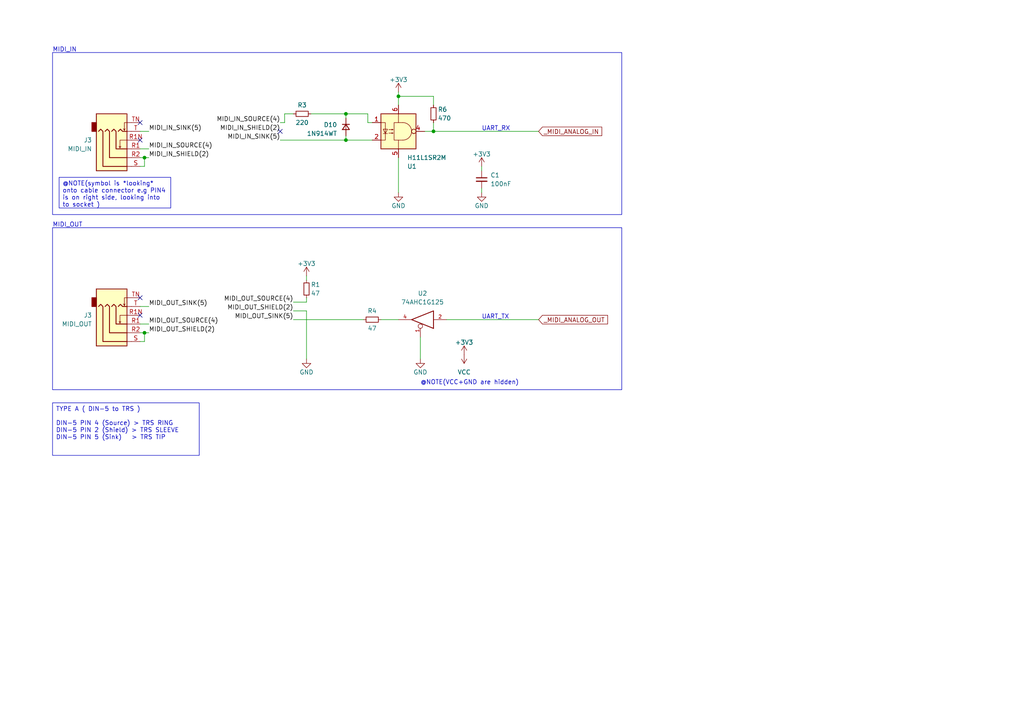
<source format=kicad_sch>
(kicad_sch (version 20230121) (generator eeschema)
  (paper "A4")
  (lib_symbols
    (symbol "74xGxx:74AHC1G125" (pin_names (offset 1.016))
      (property "Reference" "U" (at -2.54 3.81 0))
      (property "Value" "74AHC1G125" (at 0 -3.81 0))
      (symbol "74AHC1G125_0_1"
        (polyline (pts (xy -3.81 2.54) (xy -3.81 -2.54) (xy 2.54 0) (xy -3.81 2.54)) (stroke (width 0.254)))
      )
      (symbol "74AHC1G125_1_1"
        (pin input inverted (at 0 5.08 270) (length 3.81) (name "~") (number "1"))
        (pin input line (at -7.62 0 0) (length 3.81) (name "~") (number "2"))
        (pin power_in line (at 1.27 -1.27 270) (length 0) hide (name "GND") (number "3"))
        (pin tri_state line (at 6.35 0 180) (length 3.81) (name "~") (number "4"))
        (pin power_in line (at 1.27 1.27 90) (length 0) hide (name "VCC") (number "5"))
      )
    )
    (symbol "Connector_Audio:AudioJack4_SwitchTR1"
      (property "Reference" "J" (at 0 11.43 0))
      (property "Value" "AudioJack4_SwitchTR1" (at 0 8.89 0))
      (symbol "AudioJack4_SwitchTR1_0_1"
        (rectangle (start -7.62 -5.08) (end -8.89 -7.62) (stroke (width 0.254)) (fill (type outline)))
        (polyline (pts (xy 1.27 -5.08) (xy 2.54 -5.08)))
        (polyline (pts (xy 1.27 2.54) (xy 2.54 2.54)))
        (polyline (pts (xy 2.54 0) (xy 1.27 0)))
        (polyline (pts (xy 2.54 5.08) (xy 1.27 5.08)))
        (rectangle (start 1.27 6.35) (end -7.62 -10.16) (stroke (width 0.254)) (fill (type background)))
      )
      (symbol "AudioJack4_SwitchTR1_1_1"
        (polyline (pts (xy -0.762 -0.254) (xy -0.508 -0.762)))
        (polyline (pts (xy 0.508 -5.334) (xy 0.762 -5.842)))
        (polyline (pts (xy -1.27 -5.08) (xy -0.635 -5.715) (xy 0 -5.08) (xy 1.27 -5.08)) (stroke (width 0.254)))
        (polyline (pts (xy 2.54 -7.62) (xy 0.508 -7.62) (xy 0.508 -5.334) (xy 0.254 -5.842)))
        (polyline (pts (xy 2.54 -2.54) (xy -0.762 -2.54) (xy -0.762 -0.254) (xy -1.016 -0.762)))
        (polyline (pts (xy -3.175 -5.08) (xy -2.54 -5.715) (xy -1.905 -5.08) (xy -1.905 0) (xy 1.27 0)) (stroke (width 0.254)))
        (polyline (pts (xy 1.27 2.54) (xy -3.81 2.54) (xy -3.81 -5.08) (xy -4.445 -5.715) (xy -5.08 -5.08)) (stroke (width 0.254)))
        (polyline (pts (xy 1.27 5.08) (xy -5.715 5.08) (xy -5.715 -5.08) (xy -6.35 -5.715) (xy -6.985 -5.08)) (stroke (width 0.254)))
        (pin passive line (at 5.08 0 180) (length 2.54) (name "~") (number "R1"))
        (pin passive line (at 5.08 -2.54 180) (length 2.54) (name "~") (number "R1N"))
        (pin passive line (at 5.08 2.54 180) (length 2.54) (name "~") (number "R2"))
        (pin passive line (at 5.08 5.08 180) (length 2.54) (name "~") (number "S"))
        (pin passive line (at 5.08 -5.08 180) (length 2.54) (name "~") (number "T"))
        (pin passive line (at 5.08 -7.62 180) (length 2.54) (name "~") (number "TN"))
      )
    )
    (symbol "Device:C_Small" (pin_numbers hide) (pin_names (offset 0.254) hide)
      (property "Reference" "C" (at 0.254 1.778 0))
      (property "Value" "C_Small" (at 0.254 -2.032 0))
      (symbol "C_Small_0_1"
        (polyline (pts (xy -1.524 -0.508) (xy 1.524 -0.508)) (stroke (width 0.3302)))
        (polyline (pts (xy -1.524 0.508) (xy 1.524 0.508)) (stroke (width 0.3048)))
      )
      (symbol "C_Small_1_1"
        (pin passive line (at 0 2.54 270) (length 2.032) (name "~") (number "1"))
        (pin passive line (at 0 -2.54 90) (length 2.032) (name "~") (number "2"))
      )
    )
    (symbol "Device:D_Small" (pin_numbers hide) (pin_names (offset 0.254) hide)
      (property "Reference" "D" (at -1.27 2.032 0))
      (property "Value" "D_Small" (at -3.81 -2.032 0))
      (symbol "D_Small_0_1"
        (polyline (pts (xy -0.762 -1.016) (xy -0.762 1.016)) (stroke (width 0.254)))
        (polyline (pts (xy -0.762 0) (xy 0.762 0)))
        (polyline (pts (xy 0.762 -1.016) (xy -0.762 0) (xy 0.762 1.016) (xy 0.762 -1.016)) (stroke (width 0.254)))
      )
      (symbol "D_Small_1_1"
        (pin passive line (at -2.54 0 0) (length 1.778) (name "K") (number "1"))
        (pin passive line (at 2.54 0 180) (length 1.778) (name "A") (number "2"))
      )
    )
    (symbol "Device:R_Small" (pin_numbers hide) (pin_names (offset 0.254) hide)
      (property "Reference" "R" (at 0.762 0.508 0))
      (property "Value" "R_Small" (at 0.762 -1.016 0))
      (symbol "R_Small_0_1"
        (rectangle (start -0.762 1.778) (end 0.762 -1.778) (stroke (width 0.2032)))
      )
      (symbol "R_Small_1_1"
        (pin passive line (at 0 2.54 270) (length 0.762) (name "~") (number "1"))
        (pin passive line (at 0 -2.54 90) (length 0.762) (name "~") (number "2"))
      )
    )
    (symbol "Isolator:H11L1" (pin_names (offset 1.016))
      (property "Reference" "U" (at 1.27 8.89 0))
      (property "Value" "H11L1" (at 1.27 6.35 0))
      (symbol "H11L1_0_1"
        (rectangle (start -5.08 5.08) (end 5.08 -5.08) (stroke (width 0.254)) (fill (type background)))
        (polyline (pts (xy -4.445 -0.635) (xy -3.175 -0.635)))
        (polyline (pts (xy 0 2.54) (xy 0 5.08)))
        (polyline (pts (xy 0 -2.54) (xy 0 -5.08) (xy 0 -3.81)))
        (polyline (pts (xy -5.08 -2.54) (xy -3.81 -2.54) (xy -3.81 2.54) (xy -5.08 2.54)))
        (polyline (pts (xy -3.81 -0.635) (xy -4.445 0.635) (xy -3.175 0.635) (xy -3.81 -0.635)))
        (polyline (pts (xy 1.27 -2.54) (xy -1.27 -2.54) (xy -1.27 2.54) (xy 1.27 2.54)))
        (polyline (pts (xy -2.794 -0.508) (xy -1.524 -0.508) (xy -1.905 -0.635) (xy -1.905 -0.381) (xy -1.524 -0.508)))
        (polyline (pts (xy -2.794 0.508) (xy -1.524 0.508) (xy -1.905 0.381) (xy -1.905 0.635) (xy -1.524 0.508)))
        (arc (start 1.27 -2.54) (mid 3.799 0) (end 1.27 2.54))
      )
      (symbol "H11L1_1_1"
        (pin passive line (at -7.62 2.54 0) (length 2.54) (name "~") (number "1"))
        (pin passive line (at -7.62 -2.54 0) (length 2.54) (name "~") (number "2"))
        (pin no_connect line (at -5.08 0 0) (length 2.54) hide (name "~") (number "3"))
        (pin output inverted (at 7.62 0 180) (length 3.81) (name "~") (number "4"))
        (pin power_in line (at 0 -7.62 90) (length 2.54) (name "~") (number "5"))
        (pin power_in line (at 0 7.62 270) (length 2.54) (name "~") (number "6"))
      )
    )
    (symbol "power:+3V3" (power) (pin_names (offset 0))
      (property "Value" "+3V3" (at 0 3.556 0))
      (symbol "+3V3_0_1"
        (polyline (pts (xy -0.762 1.27) (xy 0 2.54)))
        (polyline (pts (xy 0 0) (xy 0 2.54)))
        (polyline (pts (xy 0 2.54) (xy 0.762 1.27)))
      )
      (symbol "+3V3_1_1"
        (pin power_in line (at 0 0 90) (length 0) hide (name "+3V3") (number "1"))
      )
    )
    (symbol "power:GND" (power) (pin_names (offset 0))
      (property "Value" "GND" (at 0 -3.81 0))
      (symbol "GND_0_1"
        (polyline (pts (xy 0 0) (xy 0 -1.27) (xy 1.27 -1.27) (xy 0 -2.54) (xy -1.27 -1.27) (xy 0 -1.27)))
      )
      (symbol "GND_1_1"
        (pin power_in line (at 0 0 270) (length 0) hide (name "GND") (number "1"))
      )
    )
    (symbol "power:VCC" (power) (pin_names (offset 0))
      (property "Value" "VCC" (at 0 3.81 0))
      (symbol "VCC_0_1"
        (polyline (pts (xy -0.762 1.27) (xy 0 2.54)))
        (polyline (pts (xy 0 0) (xy 0 2.54)))
        (polyline (pts (xy 0 2.54) (xy 0.762 1.27)))
      )
      (symbol "VCC_1_1"
        (pin power_in line (at 0 0 90) (length 0) hide (name "VCC") (number "1"))
      )
    )
  )
  (junction (at 41.91 96.52))
  (junction (at 115.57 27.94))
  (junction (at 100.33 33.02))
  (junction (at 125.73 38.1))
  (junction (at 41.91 45.72))
  (junction (at 100.33 40.64))
  (no_connect (at 40.64 86.36))
  (no_connect (at 40.64 35.56))
  (no_connect (at 40.64 40.64))
  (no_connect (at 40.64 91.44))
  (no_connect (at 81.28 38.1))
  (wire (pts (xy 110.49 92.71) (xy 115.57 92.71)))
  (wire (pts (xy 100.33 33.02) (xy 100.33 34.29)))
  (wire (pts (xy 115.57 27.94) (xy 115.57 30.48)))
  (wire (pts (xy 40.64 99.06) (xy 41.91 99.06)))
  (wire (pts (xy 139.7 48.26) (xy 139.7 49.53)))
  (wire (pts (xy 82.55 35.56) (xy 81.28 35.56)))
  (wire (pts (xy 106.68 35.56) (xy 107.95 35.56)))
  (wire (pts (xy 88.9 90.17) (xy 88.9 104.14)))
  (wire (pts (xy 125.73 35.56) (xy 125.73 38.1)))
  (wire (pts (xy 90.17 33.02) (xy 100.33 33.02)))
  (wire (pts (xy 125.73 38.1) (xy 156.21 38.1)))
  (wire (pts (xy 40.64 96.52) (xy 41.91 96.52)))
  (wire (pts (xy 100.33 33.02) (xy 106.68 33.02)))
  (wire (pts (xy 41.91 48.26) (xy 41.91 45.72)))
  (wire (pts (xy 82.55 35.56) (xy 82.55 33.02)))
  (wire (pts (xy 115.57 27.94) (xy 125.73 27.94)))
  (wire (pts (xy 123.19 38.1) (xy 125.73 38.1)))
  (wire (pts (xy 85.09 90.17) (xy 88.9 90.17)))
  (wire (pts (xy 40.64 45.72) (xy 41.91 45.72)))
  (wire (pts (xy 41.91 99.06) (xy 41.91 96.52)))
  (wire (pts (xy 41.91 96.52) (xy 43.18 96.52)))
  (wire (pts (xy 100.33 40.64) (xy 107.95 40.64)))
  (wire (pts (xy 40.64 93.98) (xy 43.18 93.98)))
  (wire (pts (xy 81.28 40.64) (xy 100.33 40.64)))
  (wire (pts (xy 100.33 39.37) (xy 100.33 40.64)))
  (wire (pts (xy 41.91 45.72) (xy 43.18 45.72)))
  (wire (pts (xy 88.9 86.36) (xy 88.9 87.63)))
  (wire (pts (xy 106.68 33.02) (xy 106.68 35.56)))
  (wire (pts (xy 40.64 48.26) (xy 41.91 48.26)))
  (wire (pts (xy 115.57 26.67) (xy 115.57 27.94)))
  (wire (pts (xy 85.09 92.71) (xy 105.41 92.71)))
  (wire (pts (xy 88.9 80.01) (xy 88.9 81.28)))
  (wire (pts (xy 125.73 30.48) (xy 125.73 27.94)))
  (wire (pts (xy 129.54 92.71) (xy 156.21 92.71)))
  (wire (pts (xy 85.09 87.63) (xy 88.9 87.63)))
  (wire (pts (xy 115.57 45.72) (xy 115.57 55.88)))
  (wire (pts (xy 40.64 38.1) (xy 43.18 38.1)))
  (wire (pts (xy 82.55 33.02) (xy 85.09 33.02)))
  (wire (pts (xy 121.92 97.79) (xy 121.92 104.14)))
  (wire (pts (xy 139.7 54.61) (xy 139.7 55.88)))
  (wire (pts (xy 40.64 88.9) (xy 43.18 88.9)))
  (wire (pts (xy 40.64 43.18) (xy 43.18 43.18)))
  (rectangle (start 15.24 15.24) (end 180.34 62.23))
  (rectangle (start 15.24 66.04) (end 180.34 113.03))
  (text_box "TYPE A ( DIN-5 to TRS )\n\nDIN-5 PIN 4 (Source) > TRS RING\nDIN-5 PIN 2 (Shield) > TRS SLEEVE\nDIN-5 PIN 5 (Sink)   > TRS TIP\n" (at 15.24 116.84 0) (size 42.545 15.24) (effects (font (size 1.27 1.27)) (justify left top)))
  (text_box "@NOTE(symbol is *looking* onto cable connector e.g PIN4 is on right side, looking into to socket )" (at 17.145 51.435 0) (size 32.385 8.89) (effects (font (size 1.27 1.27)) (justify left top)))
  (text "UART_RX" (at 139.7 38.1 0) (effects (font (size 1.27 1.27)) (justify left bottom)))
  (text "@NOTE(VCC+GND are hidden)" (at 121.92 111.76 0) (effects (font (size 1.27 1.27)) (justify left bottom)))
  (text "MIDI_OUT" (at 15.24 66.04 0) (effects (font (size 1.27 1.27)) (justify left bottom)))
  (text "UART_TX" (at 139.7 92.71 0) (effects (font (size 1.27 1.27)) (justify left bottom)))
  (text "MIDI_IN" (at 15.24 15.24 0) (effects (font (size 1.27 1.27)) (justify left bottom)))
  (label "MIDI_IN_SOURCE(4)" (at 81.28 35.56 180))
  (label "MIDI_IN_SINK(5)" (at 81.28 40.64 180))
  (label "MIDI_IN_SINK(5)" (at 43.18 38.1 0))
  (label "MIDI_IN_SOURCE(4)" (at 43.18 43.18 0))
  (label "MIDI_OUT_SINK(5)" (at 85.09 92.71 180))
  (label "MIDI_OUT_SOURCE(4)" (at 43.18 93.98 0))
  (label "MIDI_OUT_SINK(5)" (at 43.18 88.9 0))
  (label "MIDI_IN_SHIELD(2)" (at 43.18 45.72 0))
  (label "MIDI_IN_SHIELD(2)" (at 81.28 38.1 180))
  (label "MIDI_OUT_SHIELD(2)" (at 85.09 90.17 180))
  (label "MIDI_OUT_SHIELD(2)" (at 43.18 96.52 0))
  (label "MIDI_OUT_SOURCE(4)" (at 85.09 87.63 180))
  (global_label "_MIDI_ANALOG_OUT" (shape input) (at 156.21 92.71 0) (property "Intersheetrefs" "${INTERSHEET_REFS}" (effects hide)))
  (global_label "_MIDI_ANALOG_IN" (shape input) (at 156.21 38.1 0) (property "Intersheetrefs" "${INTERSHEET_REFS}" (effects hide)))
  (symbol (lib_id "Device:R_Small") (at 107.95 92.71 90) (unit 1)
    (property "Reference" "R4" (at 107.95 90.17 90))
    (property "Value" "47" (at 107.95 95.25 90))
    (property "Footprint" "Resistor_SMD:R_0805_2012Metric_Pad1.20x1.40mm_HandSolder" (effects hide))
    (property "Extended Part" "-" (effects hide))
    (property "LCSC" "C328398" (effects hide))
    (instances (project "KLST_OCTOPUS" (path "" (reference "R4") (unit 1))) (project "KLST_PANDA" (path "" (reference "R54") (unit 1))))
  )
  (symbol (lib_id "Connector_Audio:AudioJack4_SwitchTR1") (at 35.56 93.98 0) (mirror x) (unit 1)
    (property "Reference" "J3" (at 26.67 91.44 0) (effects (justify right)))
    (property "Value" "MIDI_OUT" (at 26.67 93.98 0) (effects (justify right)))
    (property "Footprint" "PJ-316A-6A:PJ-316A-6A" (effects hide))
    (property "Datasheet" "https://datasheet.lcsc.com/szlcsc/1810121710_Korean-Hroparts-Elec-PJ-316A-6A_C128987.pdf" (effects hide))
    (property "JLCPCB Part #" "C128987" (effects hide))
    (instances (project "KLST_PANDA" (path "" (reference "J3") (unit 1)) (path "" (reference "J12") (unit 1))))
  )
  (symbol (lib_id "power:VCC") (at 134.62 102.87 180) (unit 1)
    (property "Reference" "#PWR07" (effects hide))
    (property "Value" "VCC" (at 134.62 107.95 0))
    (instances (project "KLST_OCTOPUS" (path "" (reference "#PWR07") (unit 1))) (project "KLST_PANDA" (path "" (reference "#PWR075") (unit 1))))
  )
  (symbol (lib_id "Device:C_Small") (at 139.7 52.07 0) (unit 1)
    (property "Reference" "C1" (at 142.24 50.8062 0) (effects (justify left)))
    (property "Value" "100nF" (at 142.24 53.3462 0) (effects (justify left)))
    (property "Footprint" "Capacitor_SMD:C_0805_2012Metric_Pad1.18x1.45mm_HandSolder" (effects hide))
    (property "Extended Part" "-" (effects hide))
    (property "LCSC" "C49678 " (effects hide))
    (instances (project "KLST_OCTOPUS" (path "" (reference "C1") (unit 1))) (project "KLST_PANDA" (path "" (reference "C67") (unit 1))))
  )
  (symbol (lib_id "power:+3V3") (at 139.7 48.26 0) (unit 1)
    (property "Reference" "#PWR011" (effects hide))
    (property "Value" "+3V3" (at 139.7 44.704 0))
    (instances (project "KLST_OCTOPUS" (path "" (reference "#PWR011") (unit 1))) (project "KLST_PANDA" (path "" (reference "#PWR077") (unit 1))))
  )
  (symbol (lib_id "Device:R_Small") (at 88.9 83.82 0) (unit 1)
    (property "Reference" "R1" (at 90.17 82.55 0) (effects (justify left)))
    (property "Value" "47" (at 90.17 85.09 0) (effects (justify left)))
    (property "Footprint" "Resistor_SMD:R_0805_2012Metric_Pad1.20x1.40mm_HandSolder" (effects hide))
    (property "Extended Part" "-" (effects hide))
    (property "LCSC" "C328398" (effects hide))
    (instances (project "KLST_OCTOPUS" (path "" (reference "R1") (unit 1))) (project "KLST_PANDA" (path "" (reference "R53") (unit 1))))
  )
  (symbol (lib_id "Device:R_Small") (at 87.63 33.02 90) (unit 1)
    (property "Reference" "R3" (at 87.63 30.48 90))
    (property "Value" "220" (at 87.63 35.56 90))
    (property "Footprint" "Resistor_SMD:R_0805_2012Metric_Pad1.20x1.40mm_HandSolder" (effects hide))
    (property "Extended Part" "-" (effects hide))
    (property "LCSC" "C479094" (effects hide))
    (instances (project "KLST_OCTOPUS" (path "" (reference "R3") (unit 1))) (project "KLST_PANDA" (path "" (reference "R52") (unit 1))))
  )
  (symbol (lib_id "Isolator:H11L1") (at 115.57 38.1 0) (unit 1)
    (property "Reference" "U1" (at 118.11 48.26 0) (effects (justify left)))
    (property "Value" "H11L1SR2M" (at 118.11 45.72 0) (effects (justify left)))
    (property "Footprint" "Package_DIP:SMDIP-6_W9.53mm" (effects hide))
    (property "Datasheet" "https://www.onsemi.com/pub/Collateral/H11L3M-D.PDF" (effects hide))
    (property "Extended Part" "-" (effects hide))
    (property "LCSC" "C20082" (effects hide))
    (instances (project "KLST_OCTOPUS" (path "" (reference "U1") (unit 1))) (project "KLST_PANDA" (path "" (reference "U5") (unit 1))))
  )
  (symbol (lib_id "power:+3V3") (at 115.57 26.67 0) (unit 1)
    (property "Reference" "#PWR05" (effects hide))
    (property "Value" "+3V3" (at 115.57 23.114 0))
    (instances (project "KLST_OCTOPUS" (path "" (reference "#PWR05") (unit 1))) (project "KLST_PANDA" (path "" (reference "#PWR072") (unit 1))))
  )
  (symbol (lib_id "Connector_Audio:AudioJack4_SwitchTR1") (at 35.56 43.18 0) (mirror x) (unit 1)
    (property "Reference" "J3" (at 26.67 40.64 0) (effects (justify right)))
    (property "Value" "MIDI_IN" (at 26.67 43.18 0) (effects (justify right)))
    (property "Footprint" "PJ-316A-6A:PJ-316A-6A" (effects hide))
    (property "Datasheet" "https://datasheet.lcsc.com/szlcsc/1810121710_Korean-Hroparts-Elec-PJ-316A-6A_C128987.pdf" (effects hide))
    (property "JLCPCB Part #" "C128987" (effects hide))
    (instances (project "KLST_PANDA" (path "" (reference "J3") (unit 1)) (path "" (reference "J11") (unit 1))))
  )
  (symbol (lib_id "power:+3V3") (at 88.9 80.01 0) (unit 1)
    (property "Reference" "#PWR03" (effects hide))
    (property "Value" "+3V3" (at 88.9 76.454 0))
    (instances (project "KLST_OCTOPUS" (path "" (reference "#PWR03") (unit 1))) (project "KLST_PANDA" (path "" (reference "#PWR070") (unit 1))))
  )
  (symbol (lib_id "power:GND") (at 139.7 55.88 0) (unit 1)
    (property "Reference" "#PWR012" (effects hide))
    (property "Value" "GND" (at 139.7 59.69 0))
    (instances (project "KLST_OCTOPUS" (path "" (reference "#PWR012") (unit 1))) (project "KLST_PANDA" (path "" (reference "#PWR078") (unit 1))))
  )
  (symbol (lib_id "power:GND") (at 121.92 104.14 0) (mirror y) (unit 1)
    (property "Reference" "#PWR09" (effects hide))
    (property "Value" "GND" (at 121.92 107.95 0))
    (instances (project "KLST_OCTOPUS" (path "" (reference "#PWR09") (unit 1))) (project "KLST_PANDA" (path "" (reference "#PWR074") (unit 1))))
  )
  (symbol (lib_id "power:+3V3") (at 134.62 102.87 0) (unit 1)
    (property "Reference" "#PWR08" (effects hide))
    (property "Value" "+3V3" (at 134.62 99.314 0))
    (instances (project "KLST_OCTOPUS" (path "" (reference "#PWR08") (unit 1))) (project "KLST_PANDA" (path "" (reference "#PWR076") (unit 1))))
  )
  (symbol (lib_id "power:GND") (at 115.57 55.88 0) (unit 1)
    (property "Reference" "#PWR06" (effects hide))
    (property "Value" "GND" (at 115.57 59.69 0))
    (instances (project "KLST_OCTOPUS" (path "" (reference "#PWR06") (unit 1))) (project "KLST_PANDA" (path "" (reference "#PWR073") (unit 1))))
  )
  (symbol (lib_id "Device:R_Small") (at 125.73 33.02 0) (unit 1)
    (property "Reference" "R6" (at 127 31.75 0) (effects (justify left)))
    (property "Value" "470" (at 127 34.29 0) (effects (justify left)))
    (property "Footprint" "Resistor_SMD:R_0805_2012Metric_Pad1.20x1.40mm_HandSolder" (effects hide))
    (property "Extended Part" "-" (effects hide))
    (property "LCSC" "C328396" (effects hide))
    (instances (project "KLST_OCTOPUS" (path "" (reference "R6") (unit 1))) (project "KLST_PANDA" (path "" (reference "R55") (unit 1))))
  )
  (symbol (lib_id "power:GND") (at 88.9 104.14 0) (unit 1)
    (property "Reference" "#PWR01" (effects hide))
    (property "Value" "GND" (at 88.9 107.95 0))
    (instances (project "KLST_OCTOPUS" (path "" (reference "#PWR01") (unit 1))) (project "KLST_PANDA" (path "" (reference "#PWR071") (unit 1))))
  )
  (symbol (lib_id "Device:D_Small") (at 100.33 36.83 270) (unit 1)
    (property "Reference" "D10" (at 97.79 36.195 90) (effects (justify right)))
    (property "Value" "1N914WT" (at 97.79 38.735 90) (effects (justify right)))
    (property "Footprint" "Diode_SMD:D_SOD-523" (effects hide))
    (property "Sim.Device" "D" (effects hide))
    (property "Sim.Pins" "1=K 2=A" (effects hide))
    (property "JLCPCB Part #" "C896167" (effects hide))
  )
  (symbol (lib_id "74xGxx:74AHC1G125") (at 121.92 92.71 180) (unit 1)
    (property "Reference" "U2" (at 122.555 85.09 0))
    (property "Value" "74AHC1G125" (at 122.555 87.63 0))
    (property "Footprint" "Package_TO_SOT_SMD:SOT-353_SC-70-5" (effects hide))
    (property "Datasheet" "http://www.ti.com/lit/sg/scyt129e/scyt129e.pdf" (effects hide))
    (property "Extended Part" "-" (effects hide))
    (property "LCSC" "C151890" (effects hide))
    (instances (project "KLST_OCTOPUS" (path "" (reference "U2") (unit 1))) (project "KLST_PANDA" (path "" (reference "U6") (unit 1))))
  )
)
</source>
